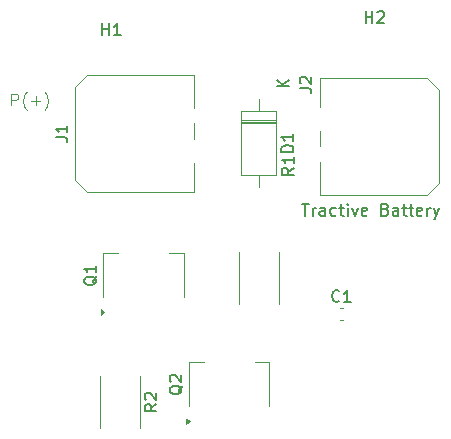
<source format=gbr>
%TF.GenerationSoftware,KiCad,Pcbnew,9.0.4*%
%TF.CreationDate,2025-10-16T00:09:43-05:00*%
%TF.ProjectId,new project,6e657720-7072-46f6-9a65-63742e6b6963,rev?*%
%TF.SameCoordinates,Original*%
%TF.FileFunction,Legend,Top*%
%TF.FilePolarity,Positive*%
%FSLAX46Y46*%
G04 Gerber Fmt 4.6, Leading zero omitted, Abs format (unit mm)*
G04 Created by KiCad (PCBNEW 9.0.4) date 2025-10-16 00:09:43*
%MOMM*%
%LPD*%
G01*
G04 APERTURE LIST*
%ADD10C,0.100000*%
%ADD11C,0.150000*%
%ADD12C,0.120000*%
G04 APERTURE END LIST*
D10*
X108053884Y-68872419D02*
X108053884Y-67872419D01*
X108053884Y-67872419D02*
X108434836Y-67872419D01*
X108434836Y-67872419D02*
X108530074Y-67920038D01*
X108530074Y-67920038D02*
X108577693Y-67967657D01*
X108577693Y-67967657D02*
X108625312Y-68062895D01*
X108625312Y-68062895D02*
X108625312Y-68205752D01*
X108625312Y-68205752D02*
X108577693Y-68300990D01*
X108577693Y-68300990D02*
X108530074Y-68348609D01*
X108530074Y-68348609D02*
X108434836Y-68396228D01*
X108434836Y-68396228D02*
X108053884Y-68396228D01*
X109339598Y-69253371D02*
X109291979Y-69205752D01*
X109291979Y-69205752D02*
X109196741Y-69062895D01*
X109196741Y-69062895D02*
X109149122Y-68967657D01*
X109149122Y-68967657D02*
X109101503Y-68824800D01*
X109101503Y-68824800D02*
X109053884Y-68586704D01*
X109053884Y-68586704D02*
X109053884Y-68396228D01*
X109053884Y-68396228D02*
X109101503Y-68158133D01*
X109101503Y-68158133D02*
X109149122Y-68015276D01*
X109149122Y-68015276D02*
X109196741Y-67920038D01*
X109196741Y-67920038D02*
X109291979Y-67777180D01*
X109291979Y-67777180D02*
X109339598Y-67729561D01*
X109720551Y-68491466D02*
X110482456Y-68491466D01*
X110101503Y-68872419D02*
X110101503Y-68110514D01*
X110863408Y-69253371D02*
X110911027Y-69205752D01*
X110911027Y-69205752D02*
X111006265Y-69062895D01*
X111006265Y-69062895D02*
X111053884Y-68967657D01*
X111053884Y-68967657D02*
X111101503Y-68824800D01*
X111101503Y-68824800D02*
X111149122Y-68586704D01*
X111149122Y-68586704D02*
X111149122Y-68396228D01*
X111149122Y-68396228D02*
X111101503Y-68158133D01*
X111101503Y-68158133D02*
X111053884Y-68015276D01*
X111053884Y-68015276D02*
X111006265Y-67920038D01*
X111006265Y-67920038D02*
X110911027Y-67777180D01*
X110911027Y-67777180D02*
X110863408Y-67729561D01*
D11*
X131954819Y-74166666D02*
X131478628Y-74499999D01*
X131954819Y-74738094D02*
X130954819Y-74738094D01*
X130954819Y-74738094D02*
X130954819Y-74357142D01*
X130954819Y-74357142D02*
X131002438Y-74261904D01*
X131002438Y-74261904D02*
X131050057Y-74214285D01*
X131050057Y-74214285D02*
X131145295Y-74166666D01*
X131145295Y-74166666D02*
X131288152Y-74166666D01*
X131288152Y-74166666D02*
X131383390Y-74214285D01*
X131383390Y-74214285D02*
X131431009Y-74261904D01*
X131431009Y-74261904D02*
X131478628Y-74357142D01*
X131478628Y-74357142D02*
X131478628Y-74738094D01*
X131954819Y-73214285D02*
X131954819Y-73785713D01*
X131954819Y-73499999D02*
X130954819Y-73499999D01*
X130954819Y-73499999D02*
X131097676Y-73595237D01*
X131097676Y-73595237D02*
X131192914Y-73690475D01*
X131192914Y-73690475D02*
X131240533Y-73785713D01*
X120334819Y-94166666D02*
X119858628Y-94499999D01*
X120334819Y-94738094D02*
X119334819Y-94738094D01*
X119334819Y-94738094D02*
X119334819Y-94357142D01*
X119334819Y-94357142D02*
X119382438Y-94261904D01*
X119382438Y-94261904D02*
X119430057Y-94214285D01*
X119430057Y-94214285D02*
X119525295Y-94166666D01*
X119525295Y-94166666D02*
X119668152Y-94166666D01*
X119668152Y-94166666D02*
X119763390Y-94214285D01*
X119763390Y-94214285D02*
X119811009Y-94261904D01*
X119811009Y-94261904D02*
X119858628Y-94357142D01*
X119858628Y-94357142D02*
X119858628Y-94738094D01*
X119430057Y-93785713D02*
X119382438Y-93738094D01*
X119382438Y-93738094D02*
X119334819Y-93642856D01*
X119334819Y-93642856D02*
X119334819Y-93404761D01*
X119334819Y-93404761D02*
X119382438Y-93309523D01*
X119382438Y-93309523D02*
X119430057Y-93261904D01*
X119430057Y-93261904D02*
X119525295Y-93214285D01*
X119525295Y-93214285D02*
X119620533Y-93214285D01*
X119620533Y-93214285D02*
X119763390Y-93261904D01*
X119763390Y-93261904D02*
X120334819Y-93833332D01*
X120334819Y-93833332D02*
X120334819Y-93214285D01*
X131924819Y-72818094D02*
X130924819Y-72818094D01*
X130924819Y-72818094D02*
X130924819Y-72579999D01*
X130924819Y-72579999D02*
X130972438Y-72437142D01*
X130972438Y-72437142D02*
X131067676Y-72341904D01*
X131067676Y-72341904D02*
X131162914Y-72294285D01*
X131162914Y-72294285D02*
X131353390Y-72246666D01*
X131353390Y-72246666D02*
X131496247Y-72246666D01*
X131496247Y-72246666D02*
X131686723Y-72294285D01*
X131686723Y-72294285D02*
X131781961Y-72341904D01*
X131781961Y-72341904D02*
X131877200Y-72437142D01*
X131877200Y-72437142D02*
X131924819Y-72579999D01*
X131924819Y-72579999D02*
X131924819Y-72818094D01*
X131924819Y-71294285D02*
X131924819Y-71865713D01*
X131924819Y-71579999D02*
X130924819Y-71579999D01*
X130924819Y-71579999D02*
X131067676Y-71675237D01*
X131067676Y-71675237D02*
X131162914Y-71770475D01*
X131162914Y-71770475D02*
X131210533Y-71865713D01*
X131554819Y-67261904D02*
X130554819Y-67261904D01*
X131554819Y-66690476D02*
X130983390Y-67119047D01*
X130554819Y-66690476D02*
X131126247Y-67261904D01*
X132454819Y-67439133D02*
X133169104Y-67439133D01*
X133169104Y-67439133D02*
X133311961Y-67486752D01*
X133311961Y-67486752D02*
X133407200Y-67581990D01*
X133407200Y-67581990D02*
X133454819Y-67724847D01*
X133454819Y-67724847D02*
X133454819Y-67820085D01*
X132550057Y-67010561D02*
X132502438Y-66962942D01*
X132502438Y-66962942D02*
X132454819Y-66867704D01*
X132454819Y-66867704D02*
X132454819Y-66629609D01*
X132454819Y-66629609D02*
X132502438Y-66534371D01*
X132502438Y-66534371D02*
X132550057Y-66486752D01*
X132550057Y-66486752D02*
X132645295Y-66439133D01*
X132645295Y-66439133D02*
X132740533Y-66439133D01*
X132740533Y-66439133D02*
X132883390Y-66486752D01*
X132883390Y-66486752D02*
X133454819Y-67058180D01*
X133454819Y-67058180D02*
X133454819Y-66439133D01*
X132666665Y-77204819D02*
X133238093Y-77204819D01*
X132952379Y-78204819D02*
X132952379Y-77204819D01*
X133571427Y-78204819D02*
X133571427Y-77538152D01*
X133571427Y-77728628D02*
X133619046Y-77633390D01*
X133619046Y-77633390D02*
X133666665Y-77585771D01*
X133666665Y-77585771D02*
X133761903Y-77538152D01*
X133761903Y-77538152D02*
X133857141Y-77538152D01*
X134619046Y-78204819D02*
X134619046Y-77681009D01*
X134619046Y-77681009D02*
X134571427Y-77585771D01*
X134571427Y-77585771D02*
X134476189Y-77538152D01*
X134476189Y-77538152D02*
X134285713Y-77538152D01*
X134285713Y-77538152D02*
X134190475Y-77585771D01*
X134619046Y-78157200D02*
X134523808Y-78204819D01*
X134523808Y-78204819D02*
X134285713Y-78204819D01*
X134285713Y-78204819D02*
X134190475Y-78157200D01*
X134190475Y-78157200D02*
X134142856Y-78061961D01*
X134142856Y-78061961D02*
X134142856Y-77966723D01*
X134142856Y-77966723D02*
X134190475Y-77871485D01*
X134190475Y-77871485D02*
X134285713Y-77823866D01*
X134285713Y-77823866D02*
X134523808Y-77823866D01*
X134523808Y-77823866D02*
X134619046Y-77776247D01*
X135523808Y-78157200D02*
X135428570Y-78204819D01*
X135428570Y-78204819D02*
X135238094Y-78204819D01*
X135238094Y-78204819D02*
X135142856Y-78157200D01*
X135142856Y-78157200D02*
X135095237Y-78109580D01*
X135095237Y-78109580D02*
X135047618Y-78014342D01*
X135047618Y-78014342D02*
X135047618Y-77728628D01*
X135047618Y-77728628D02*
X135095237Y-77633390D01*
X135095237Y-77633390D02*
X135142856Y-77585771D01*
X135142856Y-77585771D02*
X135238094Y-77538152D01*
X135238094Y-77538152D02*
X135428570Y-77538152D01*
X135428570Y-77538152D02*
X135523808Y-77585771D01*
X135809523Y-77538152D02*
X136190475Y-77538152D01*
X135952380Y-77204819D02*
X135952380Y-78061961D01*
X135952380Y-78061961D02*
X135999999Y-78157200D01*
X135999999Y-78157200D02*
X136095237Y-78204819D01*
X136095237Y-78204819D02*
X136190475Y-78204819D01*
X136523809Y-78204819D02*
X136523809Y-77538152D01*
X136523809Y-77204819D02*
X136476190Y-77252438D01*
X136476190Y-77252438D02*
X136523809Y-77300057D01*
X136523809Y-77300057D02*
X136571428Y-77252438D01*
X136571428Y-77252438D02*
X136523809Y-77204819D01*
X136523809Y-77204819D02*
X136523809Y-77300057D01*
X136904761Y-77538152D02*
X137142856Y-78204819D01*
X137142856Y-78204819D02*
X137380951Y-77538152D01*
X138142856Y-78157200D02*
X138047618Y-78204819D01*
X138047618Y-78204819D02*
X137857142Y-78204819D01*
X137857142Y-78204819D02*
X137761904Y-78157200D01*
X137761904Y-78157200D02*
X137714285Y-78061961D01*
X137714285Y-78061961D02*
X137714285Y-77681009D01*
X137714285Y-77681009D02*
X137761904Y-77585771D01*
X137761904Y-77585771D02*
X137857142Y-77538152D01*
X137857142Y-77538152D02*
X138047618Y-77538152D01*
X138047618Y-77538152D02*
X138142856Y-77585771D01*
X138142856Y-77585771D02*
X138190475Y-77681009D01*
X138190475Y-77681009D02*
X138190475Y-77776247D01*
X138190475Y-77776247D02*
X137714285Y-77871485D01*
X139714285Y-77681009D02*
X139857142Y-77728628D01*
X139857142Y-77728628D02*
X139904761Y-77776247D01*
X139904761Y-77776247D02*
X139952380Y-77871485D01*
X139952380Y-77871485D02*
X139952380Y-78014342D01*
X139952380Y-78014342D02*
X139904761Y-78109580D01*
X139904761Y-78109580D02*
X139857142Y-78157200D01*
X139857142Y-78157200D02*
X139761904Y-78204819D01*
X139761904Y-78204819D02*
X139380952Y-78204819D01*
X139380952Y-78204819D02*
X139380952Y-77204819D01*
X139380952Y-77204819D02*
X139714285Y-77204819D01*
X139714285Y-77204819D02*
X139809523Y-77252438D01*
X139809523Y-77252438D02*
X139857142Y-77300057D01*
X139857142Y-77300057D02*
X139904761Y-77395295D01*
X139904761Y-77395295D02*
X139904761Y-77490533D01*
X139904761Y-77490533D02*
X139857142Y-77585771D01*
X139857142Y-77585771D02*
X139809523Y-77633390D01*
X139809523Y-77633390D02*
X139714285Y-77681009D01*
X139714285Y-77681009D02*
X139380952Y-77681009D01*
X140809523Y-78204819D02*
X140809523Y-77681009D01*
X140809523Y-77681009D02*
X140761904Y-77585771D01*
X140761904Y-77585771D02*
X140666666Y-77538152D01*
X140666666Y-77538152D02*
X140476190Y-77538152D01*
X140476190Y-77538152D02*
X140380952Y-77585771D01*
X140809523Y-78157200D02*
X140714285Y-78204819D01*
X140714285Y-78204819D02*
X140476190Y-78204819D01*
X140476190Y-78204819D02*
X140380952Y-78157200D01*
X140380952Y-78157200D02*
X140333333Y-78061961D01*
X140333333Y-78061961D02*
X140333333Y-77966723D01*
X140333333Y-77966723D02*
X140380952Y-77871485D01*
X140380952Y-77871485D02*
X140476190Y-77823866D01*
X140476190Y-77823866D02*
X140714285Y-77823866D01*
X140714285Y-77823866D02*
X140809523Y-77776247D01*
X141142857Y-77538152D02*
X141523809Y-77538152D01*
X141285714Y-77204819D02*
X141285714Y-78061961D01*
X141285714Y-78061961D02*
X141333333Y-78157200D01*
X141333333Y-78157200D02*
X141428571Y-78204819D01*
X141428571Y-78204819D02*
X141523809Y-78204819D01*
X141714286Y-77538152D02*
X142095238Y-77538152D01*
X141857143Y-77204819D02*
X141857143Y-78061961D01*
X141857143Y-78061961D02*
X141904762Y-78157200D01*
X141904762Y-78157200D02*
X142000000Y-78204819D01*
X142000000Y-78204819D02*
X142095238Y-78204819D01*
X142809524Y-78157200D02*
X142714286Y-78204819D01*
X142714286Y-78204819D02*
X142523810Y-78204819D01*
X142523810Y-78204819D02*
X142428572Y-78157200D01*
X142428572Y-78157200D02*
X142380953Y-78061961D01*
X142380953Y-78061961D02*
X142380953Y-77681009D01*
X142380953Y-77681009D02*
X142428572Y-77585771D01*
X142428572Y-77585771D02*
X142523810Y-77538152D01*
X142523810Y-77538152D02*
X142714286Y-77538152D01*
X142714286Y-77538152D02*
X142809524Y-77585771D01*
X142809524Y-77585771D02*
X142857143Y-77681009D01*
X142857143Y-77681009D02*
X142857143Y-77776247D01*
X142857143Y-77776247D02*
X142380953Y-77871485D01*
X143285715Y-78204819D02*
X143285715Y-77538152D01*
X143285715Y-77728628D02*
X143333334Y-77633390D01*
X143333334Y-77633390D02*
X143380953Y-77585771D01*
X143380953Y-77585771D02*
X143476191Y-77538152D01*
X143476191Y-77538152D02*
X143571429Y-77538152D01*
X143809525Y-77538152D02*
X144047620Y-78204819D01*
X144285715Y-77538152D02*
X144047620Y-78204819D01*
X144047620Y-78204819D02*
X143952382Y-78442914D01*
X143952382Y-78442914D02*
X143904763Y-78490533D01*
X143904763Y-78490533D02*
X143809525Y-78538152D01*
X115300057Y-83345238D02*
X115252438Y-83440476D01*
X115252438Y-83440476D02*
X115157200Y-83535714D01*
X115157200Y-83535714D02*
X115014342Y-83678571D01*
X115014342Y-83678571D02*
X114966723Y-83773809D01*
X114966723Y-83773809D02*
X114966723Y-83869047D01*
X115204819Y-83821428D02*
X115157200Y-83916666D01*
X115157200Y-83916666D02*
X115061961Y-84011904D01*
X115061961Y-84011904D02*
X114871485Y-84059523D01*
X114871485Y-84059523D02*
X114538152Y-84059523D01*
X114538152Y-84059523D02*
X114347676Y-84011904D01*
X114347676Y-84011904D02*
X114252438Y-83916666D01*
X114252438Y-83916666D02*
X114204819Y-83821428D01*
X114204819Y-83821428D02*
X114204819Y-83630952D01*
X114204819Y-83630952D02*
X114252438Y-83535714D01*
X114252438Y-83535714D02*
X114347676Y-83440476D01*
X114347676Y-83440476D02*
X114538152Y-83392857D01*
X114538152Y-83392857D02*
X114871485Y-83392857D01*
X114871485Y-83392857D02*
X115061961Y-83440476D01*
X115061961Y-83440476D02*
X115157200Y-83535714D01*
X115157200Y-83535714D02*
X115204819Y-83630952D01*
X115204819Y-83630952D02*
X115204819Y-83821428D01*
X115204819Y-82440476D02*
X115204819Y-83011904D01*
X115204819Y-82726190D02*
X114204819Y-82726190D01*
X114204819Y-82726190D02*
X114347676Y-82821428D01*
X114347676Y-82821428D02*
X114442914Y-82916666D01*
X114442914Y-82916666D02*
X114490533Y-83011904D01*
X122550057Y-92595238D02*
X122502438Y-92690476D01*
X122502438Y-92690476D02*
X122407200Y-92785714D01*
X122407200Y-92785714D02*
X122264342Y-92928571D01*
X122264342Y-92928571D02*
X122216723Y-93023809D01*
X122216723Y-93023809D02*
X122216723Y-93119047D01*
X122454819Y-93071428D02*
X122407200Y-93166666D01*
X122407200Y-93166666D02*
X122311961Y-93261904D01*
X122311961Y-93261904D02*
X122121485Y-93309523D01*
X122121485Y-93309523D02*
X121788152Y-93309523D01*
X121788152Y-93309523D02*
X121597676Y-93261904D01*
X121597676Y-93261904D02*
X121502438Y-93166666D01*
X121502438Y-93166666D02*
X121454819Y-93071428D01*
X121454819Y-93071428D02*
X121454819Y-92880952D01*
X121454819Y-92880952D02*
X121502438Y-92785714D01*
X121502438Y-92785714D02*
X121597676Y-92690476D01*
X121597676Y-92690476D02*
X121788152Y-92642857D01*
X121788152Y-92642857D02*
X122121485Y-92642857D01*
X122121485Y-92642857D02*
X122311961Y-92690476D01*
X122311961Y-92690476D02*
X122407200Y-92785714D01*
X122407200Y-92785714D02*
X122454819Y-92880952D01*
X122454819Y-92880952D02*
X122454819Y-93071428D01*
X121550057Y-92261904D02*
X121502438Y-92214285D01*
X121502438Y-92214285D02*
X121454819Y-92119047D01*
X121454819Y-92119047D02*
X121454819Y-91880952D01*
X121454819Y-91880952D02*
X121502438Y-91785714D01*
X121502438Y-91785714D02*
X121550057Y-91738095D01*
X121550057Y-91738095D02*
X121645295Y-91690476D01*
X121645295Y-91690476D02*
X121740533Y-91690476D01*
X121740533Y-91690476D02*
X121883390Y-91738095D01*
X121883390Y-91738095D02*
X122454819Y-92309523D01*
X122454819Y-92309523D02*
X122454819Y-91690476D01*
X138051635Y-61907579D02*
X138051635Y-60907579D01*
X138051635Y-61383769D02*
X138623063Y-61383769D01*
X138623063Y-61907579D02*
X138623063Y-60907579D01*
X139051635Y-61002817D02*
X139099254Y-60955198D01*
X139099254Y-60955198D02*
X139194492Y-60907579D01*
X139194492Y-60907579D02*
X139432587Y-60907579D01*
X139432587Y-60907579D02*
X139527825Y-60955198D01*
X139527825Y-60955198D02*
X139575444Y-61002817D01*
X139575444Y-61002817D02*
X139623063Y-61098055D01*
X139623063Y-61098055D02*
X139623063Y-61193293D01*
X139623063Y-61193293D02*
X139575444Y-61336150D01*
X139575444Y-61336150D02*
X139004016Y-61907579D01*
X139004016Y-61907579D02*
X139623063Y-61907579D01*
X135833333Y-85429580D02*
X135785714Y-85477200D01*
X135785714Y-85477200D02*
X135642857Y-85524819D01*
X135642857Y-85524819D02*
X135547619Y-85524819D01*
X135547619Y-85524819D02*
X135404762Y-85477200D01*
X135404762Y-85477200D02*
X135309524Y-85381961D01*
X135309524Y-85381961D02*
X135261905Y-85286723D01*
X135261905Y-85286723D02*
X135214286Y-85096247D01*
X135214286Y-85096247D02*
X135214286Y-84953390D01*
X135214286Y-84953390D02*
X135261905Y-84762914D01*
X135261905Y-84762914D02*
X135309524Y-84667676D01*
X135309524Y-84667676D02*
X135404762Y-84572438D01*
X135404762Y-84572438D02*
X135547619Y-84524819D01*
X135547619Y-84524819D02*
X135642857Y-84524819D01*
X135642857Y-84524819D02*
X135785714Y-84572438D01*
X135785714Y-84572438D02*
X135833333Y-84620057D01*
X136785714Y-85524819D02*
X136214286Y-85524819D01*
X136500000Y-85524819D02*
X136500000Y-84524819D01*
X136500000Y-84524819D02*
X136404762Y-84667676D01*
X136404762Y-84667676D02*
X136309524Y-84762914D01*
X136309524Y-84762914D02*
X136214286Y-84810533D01*
X115738095Y-62913419D02*
X115738095Y-61913419D01*
X115738095Y-62389609D02*
X116309523Y-62389609D01*
X116309523Y-62913419D02*
X116309523Y-61913419D01*
X117309523Y-62913419D02*
X116738095Y-62913419D01*
X117023809Y-62913419D02*
X117023809Y-61913419D01*
X117023809Y-61913419D02*
X116928571Y-62056276D01*
X116928571Y-62056276D02*
X116833333Y-62151514D01*
X116833333Y-62151514D02*
X116738095Y-62199133D01*
X111799819Y-71583333D02*
X112514104Y-71583333D01*
X112514104Y-71583333D02*
X112656961Y-71630952D01*
X112656961Y-71630952D02*
X112752200Y-71726190D01*
X112752200Y-71726190D02*
X112799819Y-71869047D01*
X112799819Y-71869047D02*
X112799819Y-71964285D01*
X112799819Y-70583333D02*
X112799819Y-71154761D01*
X112799819Y-70869047D02*
X111799819Y-70869047D01*
X111799819Y-70869047D02*
X111942676Y-70964285D01*
X111942676Y-70964285D02*
X112037914Y-71059523D01*
X112037914Y-71059523D02*
X112085533Y-71154761D01*
D12*
%TO.C,R1*%
X127290000Y-81322936D02*
X127290000Y-85677064D01*
X130710000Y-81322936D02*
X130710000Y-85677064D01*
%TO.C,R2*%
X115540000Y-91822936D02*
X115540000Y-96177064D01*
X118960000Y-91822936D02*
X118960000Y-96177064D01*
%TO.C,D1*%
X129000000Y-68340000D02*
X129000000Y-69360000D01*
X129000000Y-75820000D02*
X129000000Y-74800000D01*
X130470000Y-70140000D02*
X127530000Y-70140000D01*
X130470000Y-70260000D02*
X127530000Y-70260000D01*
X130470000Y-70380000D02*
X127530000Y-70380000D01*
X130470000Y-69360000D02*
X127530000Y-69360000D01*
X127530000Y-74800000D01*
X130470000Y-74800000D01*
X130470000Y-69360000D01*
%TO.C,J2*%
X134160000Y-66565000D02*
X134160000Y-68990000D01*
X134160000Y-66565000D02*
X143280000Y-66565000D01*
X134160000Y-71010000D02*
X134160000Y-72348233D01*
X134160000Y-76435000D02*
X134160000Y-73651767D01*
X143280000Y-66565000D02*
X144280000Y-67565000D01*
X143280000Y-76435000D02*
X134160000Y-76435000D01*
X144280000Y-67565000D02*
X144280000Y-75435000D01*
X144280000Y-75435000D02*
X143280000Y-76435000D01*
%TO.C,Q1*%
X115840000Y-81340000D02*
X117100000Y-81340000D01*
X115840000Y-85100000D02*
X115840000Y-81340000D01*
X122660000Y-81340000D02*
X121400000Y-81340000D01*
X122660000Y-85100000D02*
X122660000Y-81340000D01*
X115940000Y-86380000D02*
X115610000Y-86620000D01*
X115610000Y-86140000D01*
X115940000Y-86380000D01*
G36*
X115940000Y-86380000D02*
G01*
X115610000Y-86620000D01*
X115610000Y-86140000D01*
X115940000Y-86380000D01*
G37*
%TO.C,Q2*%
X123090000Y-90590000D02*
X124350000Y-90590000D01*
X123090000Y-94350000D02*
X123090000Y-90590000D01*
X129910000Y-90590000D02*
X128650000Y-90590000D01*
X129910000Y-94350000D02*
X129910000Y-90590000D01*
X123190000Y-95630000D02*
X122860000Y-95870000D01*
X122860000Y-95390000D01*
X123190000Y-95630000D01*
G36*
X123190000Y-95630000D02*
G01*
X122860000Y-95870000D01*
X122860000Y-95390000D01*
X123190000Y-95630000D01*
G37*
%TO.C,C1*%
X135859420Y-85990000D02*
X136140580Y-85990000D01*
X135859420Y-87010000D02*
X136140580Y-87010000D01*
%TO.C,J1*%
X113435000Y-67315000D02*
X114435000Y-66315000D01*
X113435000Y-75185000D02*
X113435000Y-67315000D01*
X114435000Y-66315000D02*
X123555000Y-66315000D01*
X114435000Y-76185000D02*
X113435000Y-75185000D01*
X123555000Y-66315000D02*
X123555000Y-69098233D01*
X123555000Y-71740000D02*
X123555000Y-70401767D01*
X123555000Y-76185000D02*
X114435000Y-76185000D01*
X123555000Y-76185000D02*
X123555000Y-73760000D01*
%TD*%
M02*

</source>
